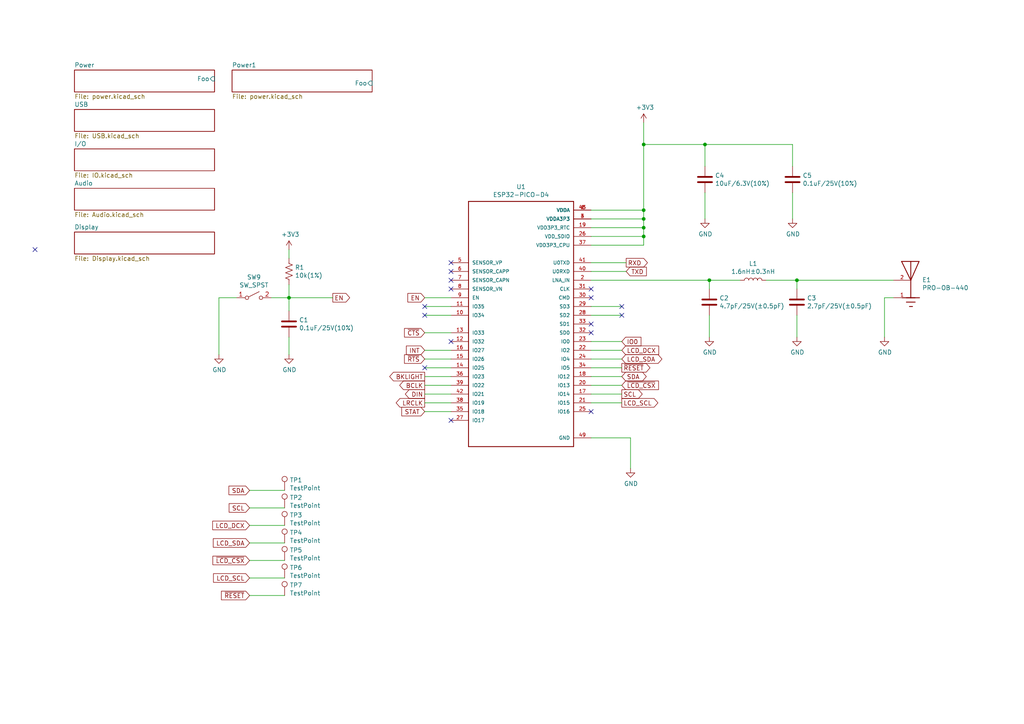
<source format=kicad_sch>
(kicad_sch (version 20231120) (generator "eeschema") (generator_version "8.0")
  (paper "A4")
  (lib_symbols
    (symbol "Connector:TestPoint" (pin_numbers hide) (pin_names (offset 0.762) hide)
      (property "Reference" "TP" (at 0 6.858 0))
      (property "Value" "TestPoint" (at 0 5.08 0))
      (symbol "TestPoint_0_1"
        (circle (center 0 3.302) (radius 0.762))
      )
      (symbol "TestPoint_1_1"
        (pin passive line (at 0 0 90) (length 2.54) (name "1") (number "1"))
      )
    )
    (symbol "Device:C" (pin_numbers hide) (pin_names (offset 0.254))
      (property "Reference" "C" (at 0.635 2.54 0))
      (property "Value" "C" (at 0.635 -2.54 0))
      (symbol "C_0_1"
        (polyline (pts (xy -2.032 -0.762) (xy 2.032 -0.762)) (stroke (width 0.508)))
        (polyline (pts (xy -2.032 0.762) (xy 2.032 0.762)) (stroke (width 0.508)))
      )
      (symbol "C_1_1"
        (pin passive line (at 0 3.81 270) (length 2.794) (name "~") (number "1"))
        (pin passive line (at 0 -3.81 90) (length 2.794) (name "~") (number "2"))
      )
    )
    (symbol "Device:L" (pin_numbers hide) (pin_names (offset 1.016) hide)
      (property "Reference" "L" (at -1.27 0 90))
      (property "Value" "L" (at 1.905 0 90))
      (symbol "L_0_1"
        (arc (start 0 -2.54) (mid 0.6323 -1.905) (end 0 -1.27))
        (arc (start 0 -1.27) (mid 0.6323 -0.635) (end 0 0))
        (arc (start 0 0) (mid 0.6323 0.635) (end 0 1.27))
        (arc (start 0 1.27) (mid 0.6323 1.905) (end 0 2.54))
      )
      (symbol "L_1_1"
        (pin passive line (at 0 3.81 270) (length 1.27) (name "1") (number "1"))
        (pin passive line (at 0 -3.81 90) (length 1.27) (name "2") (number "2"))
      )
    )
    (symbol "Device:R_US" (pin_numbers hide) (pin_names (offset 0))
      (property "Reference" "R" (at 2.54 0 90))
      (property "Value" "R_US" (at -2.54 0 90))
      (symbol "R_US_0_1"
        (polyline (pts (xy 0 -2.286) (xy 0 -2.54)))
        (polyline (pts (xy 0 2.286) (xy 0 2.54)))
        (polyline (pts (xy 0 -0.762) (xy 1.016 -1.143) (xy 0 -1.524) (xy -1.016 -1.905) (xy 0 -2.286)))
        (polyline (pts (xy 0 0.762) (xy 1.016 0.381) (xy 0 0) (xy -1.016 -0.381) (xy 0 -0.762)))
        (polyline (pts (xy 0 2.286) (xy 1.016 1.905) (xy 0 1.524) (xy -1.016 1.143) (xy 0 0.762)))
      )
      (symbol "R_US_1_1"
        (pin passive line (at 0 3.81 270) (length 1.27) (name "~") (number "1"))
        (pin passive line (at 0 -3.81 90) (length 1.27) (name "~") (number "2"))
      )
    )
    (symbol "ESP32-PICO-D4_1" (pin_names (offset 1.016))
      (property "Reference" "U" (at -15.24 35.56 0))
      (property "Value" "ESP32-PICO-D4" (at -15.2654 -38.1508 0))
      (symbol "ESP32-PICO-D4_1_0_0"
        (polyline (pts (xy -15.24 -35.56) (xy -15.24 35.56)) (stroke (width 0.254)))
        (polyline (pts (xy -15.24 35.56) (xy 15.24 35.56)) (stroke (width 0.254)))
        (polyline (pts (xy 15.24 -35.56) (xy -15.24 -35.56)) (stroke (width 0.254)))
        (polyline (pts (xy 15.24 35.56) (xy 15.24 -35.56)) (stroke (width 0.254)))
        (pin power_in line (at 20.32 33.02 180) (length 5.08) (name "VDDA") (number "1"))
        (pin input line (at -20.32 2.54 0) (length 5.08) (name "IO34") (number "10"))
        (pin input line (at -20.32 5.08 0) (length 5.08) (name "IO35") (number "11"))
        (pin bidirectional line (at -20.32 -5.08 0) (length 5.08) (name "IO32") (number "12"))
        (pin bidirectional line (at -20.32 -2.54 0) (length 5.08) (name "IO33") (number "13"))
        (pin bidirectional line (at -20.32 -12.7 0) (length 5.08) (name "IO25") (number "14"))
        (pin bidirectional line (at -20.32 -10.16 0) (length 5.08) (name "IO26") (number "15"))
        (pin bidirectional line (at -20.32 -7.62 0) (length 5.08) (name "IO27") (number "16"))
        (pin bidirectional line (at 20.32 -20.32 180) (length 5.08) (name "IO14") (number "17"))
        (pin bidirectional line (at 20.32 -15.24 180) (length 5.08) (name "IO12") (number "18"))
        (pin power_in line (at 20.32 27.94 180) (length 5.08) (name "VDD3P3_RTC") (number "19"))
        (pin bidirectional line (at 20.32 12.7 180) (length 5.08) (name "LNA_IN") (number "2"))
        (pin bidirectional line (at 20.32 -17.78 180) (length 5.08) (name "IO13") (number "20"))
        (pin bidirectional line (at 20.32 -22.86 180) (length 5.08) (name "IO15") (number "21"))
        (pin bidirectional line (at 20.32 -7.62 180) (length 5.08) (name "IO2") (number "22"))
        (pin bidirectional line (at 20.32 -5.08 180) (length 5.08) (name "IO0") (number "23"))
        (pin bidirectional line (at 20.32 -10.16 180) (length 5.08) (name "IO4") (number "24"))
        (pin bidirectional line (at 20.32 -25.4 180) (length 5.08) (name "IO16") (number "25"))
        (pin power_in line (at 20.32 25.4 180) (length 5.08) (name "VDD_SDIO") (number "26"))
        (pin bidirectional line (at -20.32 -27.94 0) (length 5.08) (name "IO17") (number "27"))
        (pin bidirectional line (at 20.32 2.54 180) (length 5.08) (name "SD2") (number "28"))
        (pin bidirectional line (at 20.32 5.08 180) (length 5.08) (name "SD3") (number "29"))
        (pin power_in line (at 20.32 30.48 180) (length 5.08) (name "VDDA3P3") (number "3"))
        (pin bidirectional line (at 20.32 7.62 180) (length 5.08) (name "CMD") (number "30"))
        (pin bidirectional line (at 20.32 10.16 180) (length 5.08) (name "CLK") (number "31"))
        (pin bidirectional line (at 20.32 -2.54 180) (length 5.08) (name "SD0") (number "32"))
        (pin bidirectional line (at 20.32 0 180) (length 5.08) (name "SD1") (number "33"))
        (pin bidirectional line (at 20.32 -12.7 180) (length 5.08) (name "IO5") (number "34"))
        (pin bidirectional line (at -20.32 -25.4 0) (length 5.08) (name "IO18") (number "35"))
        (pin bidirectional line (at -20.32 -15.24 0) (length 5.08) (name "IO23") (number "36"))
        (pin power_in line (at 20.32 22.86 180) (length 5.08) (name "VDD3P3_CPU") (number "37"))
        (pin bidirectional line (at -20.32 -22.86 0) (length 5.08) (name "IO19") (number "38"))
        (pin bidirectional line (at -20.32 -17.78 0) (length 5.08) (name "IO22") (number "39"))
        (pin power_in line (at 20.32 30.48 180) (length 5.08) (name "VDDA3P3") (number "4"))
        (pin bidirectional line (at 20.32 15.24 180) (length 5.08) (name "U0RXD") (number "40"))
        (pin bidirectional line (at 20.32 17.78 180) (length 5.08) (name "U0TXD") (number "41"))
        (pin bidirectional line (at -20.32 -20.32 0) (length 5.08) (name "IO21") (number "42"))
        (pin power_in line (at 20.32 33.02 180) (length 5.08) (name "VDDA") (number "43"))
        (pin power_in line (at 20.32 33.02 180) (length 5.08) (name "VDDA") (number "46"))
        (pin power_in line (at 20.32 -33.02 180) (length 5.08) (name "GND") (number "49"))
        (pin input line (at -20.32 17.78 0) (length 5.08) (name "SENSOR_VP") (number "5"))
        (pin input line (at -20.32 15.24 0) (length 5.08) (name "SENSOR_CAPP") (number "6"))
        (pin input line (at -20.32 12.7 0) (length 5.08) (name "SENSOR_CAPN") (number "7"))
        (pin input line (at -20.32 10.16 0) (length 5.08) (name "SENSOR_VN") (number "8"))
        (pin input line (at -20.32 7.62 0) (length 5.08) (name "EN") (number "9"))
      )
    )
    (symbol "ESP32-PICO-D4_2" (pin_names (offset 1.016))
      (property "Reference" "U" (at -15.24 35.56 0))
      (property "Value" "ESP32-PICO-D4" (at -15.2654 -38.1508 0))
      (symbol "ESP32-PICO-D4_2_0_0"
        (polyline (pts (xy -15.24 -35.56) (xy -15.24 35.56)) (stroke (width 0.254)))
        (polyline (pts (xy -15.24 35.56) (xy 15.24 35.56)) (stroke (width 0.254)))
        (polyline (pts (xy 15.24 -35.56) (xy -15.24 -35.56)) (stroke (width 0.254)))
        (polyline (pts (xy 15.24 35.56) (xy 15.24 -35.56)) (stroke (width 0.254)))
        (pin power_in line (at 20.32 33.02 180) (length 5.08) (name "VDDA") (number "1"))
        (pin input line (at -20.32 2.54 0) (length 5.08) (name "IO34") (number "10"))
        (pin input line (at -20.32 5.08 0) (length 5.08) (name "IO35") (number "11"))
        (pin bidirectional line (at -20.32 -5.08 0) (length 5.08) (name "IO32") (number "12"))
        (pin bidirectional line (at -20.32 -2.54 0) (length 5.08) (name "IO33") (number "13"))
        (pin bidirectional line (at -20.32 -12.7 0) (length 5.08) (name "IO25") (number "14"))
        (pin bidirectional line (at -20.32 -10.16 0) (length 5.08) (name "IO26") (number "15"))
        (pin bidirectional line (at -20.32 -7.62 0) (length 5.08) (name "IO27") (number "16"))
        (pin bidirectional line (at 20.32 -20.32 180) (length 5.08) (name "IO14") (number "17"))
        (pin bidirectional line (at 20.32 -15.24 180) (length 5.08) (name "IO12") (number "18"))
        (pin power_in line (at 20.32 27.94 180) (length 5.08) (name "VDD3P3_RTC") (number "19"))
        (pin bidirectional line (at 20.32 12.7 180) (length 5.08) (name "LNA_IN") (number "2"))
        (pin bidirectional line (at 20.32 -17.78 180) (length 5.08) (name "IO13") (number "20"))
        (pin bidirectional line (at 20.32 -22.86 180) (length 5.08) (name "IO15") (number "21"))
        (pin bidirectional line (at 20.32 -7.62 180) (length 5.08) (name "IO2") (number "22"))
        (pin bidirectional line (at 20.32 -5.08 180) (length 5.08) (name "IO0") (number "23"))
        (pin bidirectional line (at 20.32 -10.16 180) (length 5.08) (name "IO4") (number "24"))
        (pin bidirectional line (at 20.32 -25.4 180) (length 5.08) (name "IO16") (number "25"))
        (pin power_in line (at 20.32 25.4 180) (length 5.08) (name "VDD_SDIO") (number "26"))
        (pin bidirectional line (at -20.32 -27.94 0) (length 5.08) (name "IO17") (number "27"))
        (pin bidirectional line (at 20.32 2.54 180) (length 5.08) (name "SD2") (number "28"))
        (pin bidirectional line (at 20.32 5.08 180) (length 5.08) (name "SD3") (number "29"))
        (pin power_in line (at 20.32 30.48 180) (length 5.08) (name "VDDA3P3") (number "3"))
        (pin bidirectional line (at 20.32 7.62 180) (length 5.08) (name "CMD") (number "30"))
        (pin bidirectional line (at 20.32 10.16 180) (length 5.08) (name "CLK") (number "31"))
        (pin bidirectional line (at 20.32 -2.54 180) (length 5.08) (name "SD0") (number "32"))
        (pin bidirectional line (at 20.32 0 180) (length 5.08) (name "SD1") (number "33"))
        (pin bidirectional line (at 20.32 -12.7 180) (length 5.08) (name "IO5") (number "34"))
        (pin bidirectional line (at -20.32 -25.4 0) (length 5.08) (name "IO18") (number "35"))
        (pin bidirectional line (at -20.32 -15.24 0) (length 5.08) (name "IO23") (number "36"))
        (pin power_in line (at 20.32 22.86 180) (length 5.08) (name "VDD3P3_CPU") (number "37"))
        (pin bidirectional line (at -20.32 -22.86 0) (length 5.08) (name "IO19") (number "38"))
        (pin bidirectional line (at -20.32 -17.78 0) (length 5.08) (name "IO22") (number "39"))
        (pin power_in line (at 20.32 30.48 180) (length 5.08) (name "VDDA3P3") (number "4"))
        (pin bidirectional line (at 20.32 15.24 180) (length 5.08) (name "U0RXD") (number "40"))
        (pin bidirectional line (at 20.32 17.78 180) (length 5.08) (name "U0TXD") (number "41"))
        (pin bidirectional line (at -20.32 -20.32 0) (length 5.08) (name "IO21") (number "42"))
        (pin power_in line (at 20.32 33.02 180) (length 5.08) (name "VDDA") (number "43"))
        (pin power_in line (at 20.32 33.02 180) (length 5.08) (name "VDDA") (number "46"))
        (pin power_in line (at 20.32 -33.02 180) (length 5.08) (name "GND") (number "49"))
        (pin input line (at -20.32 17.78 0) (length 5.08) (name "SENSOR_VP") (number "5"))
        (pin input line (at -20.32 15.24 0) (length 5.08) (name "SENSOR_CAPP") (number "6"))
        (pin input line (at -20.32 12.7 0) (length 5.08) (name "SENSOR_CAPN") (number "7"))
        (pin input line (at -20.32 10.16 0) (length 5.08) (name "SENSOR_VN") (number "8"))
        (pin input line (at -20.32 7.62 0) (length 5.08) (name "EN") (number "9"))
      )
    )
    (symbol "PRO-OB-440_1" (pin_names (offset 1.016) hide)
      (property "Reference" "E" (at 2.794 3.302 0))
      (property "Value" "PRO-OB-440" (at 2.667 1.27 0))
      (symbol "PRO-OB-440_1_0_0"
        (polyline (pts (xy -2.667 5.461) (xy 0 5.461)) (stroke (width 0.254)))
        (polyline (pts (xy -2.54 -5.08) (xy 2.54 -5.08)) (stroke (width 0.254)))
        (polyline (pts (xy -1.27 -6.35) (xy 1.27 -6.35)) (stroke (width 0.254)))
        (polyline (pts (xy -0.381 -7.62) (xy 0.508 -7.62)) (stroke (width 0.254)))
        (polyline (pts (xy 0 -5.08) (xy -1.27 -5.08)) (stroke (width 0.254)))
        (polyline (pts (xy 0 -5.08) (xy 1.27 -5.08)) (stroke (width 0.254)))
        (polyline (pts (xy 0 0) (xy -2.667 5.461)) (stroke (width 0.254)))
        (polyline (pts (xy 0 0) (xy 0 -5.08)) (stroke (width 0.254)))
        (polyline (pts (xy 0 5.461) (xy 0 0)) (stroke (width 0.254)))
        (polyline (pts (xy 0 5.461) (xy 2.413 5.461)) (stroke (width 0.254)))
        (polyline (pts (xy 2.413 5.461) (xy 0 0)) (stroke (width 0.254)))
        (pin power_in line (at -5.08 -5.08 0) (length 5.08) (name "~") (number "1"))
        (pin input line (at -5.08 0 0) (length 5.08) (name "~") (number "2"))
      )
    )
    (symbol "PRO-OB-440_2" (pin_names (offset 1.016) hide)
      (property "Reference" "E" (at 2.794 3.302 0))
      (property "Value" "PRO-OB-440" (at 2.667 1.27 0))
      (symbol "PRO-OB-440_2_0_0"
        (polyline (pts (xy -2.667 5.461) (xy 0 5.461)) (stroke (width 0.254)))
        (polyline (pts (xy -2.54 -5.08) (xy 2.54 -5.08)) (stroke (width 0.254)))
        (polyline (pts (xy -1.27 -6.35) (xy 1.27 -6.35)) (stroke (width 0.254)))
        (polyline (pts (xy -0.381 -7.62) (xy 0.508 -7.62)) (stroke (width 0.254)))
        (polyline (pts (xy 0 -5.08) (xy -1.27 -5.08)) (stroke (width 0.254)))
        (polyline (pts (xy 0 -5.08) (xy 1.27 -5.08)) (stroke (width 0.254)))
        (polyline (pts (xy 0 0) (xy -2.667 5.461)) (stroke (width 0.254)))
        (polyline (pts (xy 0 0) (xy 0 -5.08)) (stroke (width 0.254)))
        (polyline (pts (xy 0 5.461) (xy 0 0)) (stroke (width 0.254)))
        (polyline (pts (xy 0 5.461) (xy 2.413 5.461)) (stroke (width 0.254)))
        (polyline (pts (xy 2.413 5.461) (xy 0 0)) (stroke (width 0.254)))
        (pin power_in line (at -5.08 -5.08 0) (length 5.08) (name "~") (number "1"))
        (pin input line (at -5.08 0 0) (length 5.08) (name "~") (number "2"))
      )
    )
    (symbol "Switch:SW_SPST" (pin_names (offset 0) hide)
      (property "Reference" "SW" (at 0 3.175 0))
      (property "Value" "SW_SPST" (at 0 -2.54 0))
      (symbol "SW_SPST_0_0"
        (circle (center -2.032 0) (radius 0.508))
        (polyline (pts (xy -1.524 0.254) (xy 1.524 1.778)))
        (circle (center 2.032 0) (radius 0.508))
      )
      (symbol "SW_SPST_1_1"
        (pin passive line (at -5.08 0 0) (length 2.54) (name "A") (number "1"))
        (pin passive line (at 5.08 0 180) (length 2.54) (name "B") (number "2"))
      )
    )
    (symbol "microgame2-rescue:+3.3V-power" (power) (pin_names (offset 0))
      (property "Value" "+3.3V-power" (at 0 3.556 0))
      (symbol "+3.3V-power_0_1"
        (polyline (pts (xy -0.762 1.27) (xy 0 2.54)))
        (polyline (pts (xy 0 0) (xy 0 2.54)))
        (polyline (pts (xy 0 2.54) (xy 0.762 1.27)))
      )
      (symbol "+3.3V-power_1_1"
        (pin power_in line (at 0 0 90) (length 0) hide (name "+3V3") (number "1"))
      )
    )
    (symbol "power:GND" (power) (pin_names (offset 0))
      (property "Value" "GND" (at 0 -3.81 0))
      (symbol "GND_0_1"
        (polyline (pts (xy 0 0) (xy 0 -1.27) (xy 1.27 -1.27) (xy 0 -2.54) (xy -1.27 -1.27) (xy 0 -1.27)))
      )
      (symbol "GND_1_1"
        (pin power_in line (at 0 0 270) (length 0) hide (name "GND") (number "1"))
      )
    )
  )
  (junction (at 186.69 63.5))
  (junction (at 186.69 60.96))
  (junction (at 231.14 81.28))
  (junction (at 186.69 41.91))
  (junction (at 205.74 81.28))
  (junction (at 204.47 41.91))
  (junction (at 83.82 86.36))
  (junction (at 186.69 66.04))
  (junction (at 186.69 68.58))
  (no_connect (at 123.19 91.44))
  (no_connect (at 123.19 88.9))
  (no_connect (at 171.45 93.98))
  (no_connect (at 180.34 91.44))
  (no_connect (at 130.81 78.74))
  (no_connect (at 130.81 99.06))
  (no_connect (at 123.19 106.68))
  (no_connect (at 180.34 88.9))
  (no_connect (at 171.45 119.38))
  (no_connect (at 10.16 72.39))
  (no_connect (at 130.81 121.92))
  (no_connect (at 171.45 96.52))
  (no_connect (at 130.81 83.82))
  (no_connect (at 130.81 76.2))
  (no_connect (at 130.81 81.28))
  (no_connect (at 171.45 86.36))
  (no_connect (at 171.45 83.82))
  (wire (pts (xy 171.45 116.84) (xy 180.34 116.84)))
  (wire (pts (xy 72.39 162.56) (xy 82.55 162.56)))
  (wire (pts (xy 171.45 114.3) (xy 180.34 114.3)))
  (wire (pts (xy 130.81 88.9) (xy 123.19 88.9)))
  (wire (pts (xy 171.45 99.06) (xy 180.34 99.06)))
  (wire (pts (xy 171.45 91.44) (xy 180.34 91.44)))
  (wire (pts (xy 78.74 86.36) (xy 83.82 86.36)))
  (wire (pts (xy 182.88 127) (xy 182.88 135.89)))
  (wire (pts (xy 186.69 71.12) (xy 186.69 68.58)))
  (wire (pts (xy 171.45 106.68) (xy 180.34 106.68)))
  (wire (pts (xy 171.45 60.96) (xy 186.69 60.96)))
  (wire (pts (xy 231.14 91.44) (xy 231.14 97.79)))
  (wire (pts (xy 171.45 76.2) (xy 181.61 76.2)))
  (wire (pts (xy 130.81 109.22) (xy 123.19 109.22)))
  (wire (pts (xy 229.87 55.88) (xy 229.87 63.5)))
  (wire (pts (xy 204.47 41.91) (xy 204.47 48.26)))
  (wire (pts (xy 259.08 86.36) (xy 256.54 86.36)))
  (wire (pts (xy 83.82 86.36) (xy 83.82 90.17)))
  (wire (pts (xy 205.74 91.44) (xy 205.74 97.79)))
  (wire (pts (xy 171.45 81.28) (xy 205.74 81.28)))
  (wire (pts (xy 72.39 142.24) (xy 82.55 142.24)))
  (wire (pts (xy 130.81 91.44) (xy 123.19 91.44)))
  (wire (pts (xy 83.82 82.55) (xy 83.82 86.36)))
  (wire (pts (xy 130.81 106.68) (xy 123.19 106.68)))
  (wire (pts (xy 171.45 78.74) (xy 181.61 78.74)))
  (wire (pts (xy 171.45 101.6) (xy 180.34 101.6)))
  (wire (pts (xy 171.45 127) (xy 182.88 127)))
  (wire (pts (xy 186.69 41.91) (xy 186.69 60.96)))
  (wire (pts (xy 171.45 71.12) (xy 186.69 71.12)))
  (wire (pts (xy 63.5 86.36) (xy 63.5 102.87)))
  (wire (pts (xy 171.45 109.22) (xy 180.34 109.22)))
  (wire (pts (xy 229.87 41.91) (xy 229.87 48.26)))
  (wire (pts (xy 72.39 167.64) (xy 82.55 167.64)))
  (wire (pts (xy 83.82 97.79) (xy 83.82 102.87)))
  (wire (pts (xy 186.69 63.5) (xy 186.69 60.96)))
  (wire (pts (xy 186.69 68.58) (xy 186.69 66.04)))
  (wire (pts (xy 231.14 81.28) (xy 259.08 81.28)))
  (wire (pts (xy 130.81 86.36) (xy 123.19 86.36)))
  (wire (pts (xy 171.45 111.76) (xy 180.34 111.76)))
  (wire (pts (xy 72.39 147.32) (xy 82.55 147.32)))
  (wire (pts (xy 186.69 41.91) (xy 204.47 41.91)))
  (wire (pts (xy 130.81 111.76) (xy 123.19 111.76)))
  (wire (pts (xy 68.58 86.36) (xy 63.5 86.36)))
  (wire (pts (xy 171.45 63.5) (xy 186.69 63.5)))
  (wire (pts (xy 130.81 96.52) (xy 123.19 96.52)))
  (wire (pts (xy 186.69 66.04) (xy 186.69 63.5)))
  (wire (pts (xy 72.39 172.72) (xy 82.55 172.72)))
  (wire (pts (xy 83.82 86.36) (xy 96.52 86.36)))
  (wire (pts (xy 72.39 157.48) (xy 82.55 157.48)))
  (wire (pts (xy 130.81 119.38) (xy 123.19 119.38)))
  (wire (pts (xy 204.47 55.88) (xy 204.47 63.5)))
  (wire (pts (xy 130.81 101.6) (xy 123.19 101.6)))
  (wire (pts (xy 171.45 104.14) (xy 180.34 104.14)))
  (wire (pts (xy 171.45 88.9) (xy 180.34 88.9)))
  (wire (pts (xy 231.14 83.82) (xy 231.14 81.28)))
  (wire (pts (xy 171.45 66.04) (xy 186.69 66.04)))
  (wire (pts (xy 222.25 81.28) (xy 231.14 81.28)))
  (wire (pts (xy 171.45 68.58) (xy 186.69 68.58)))
  (wire (pts (xy 130.81 114.3) (xy 123.19 114.3)))
  (wire (pts (xy 186.69 35.56) (xy 186.69 41.91)))
  (wire (pts (xy 83.82 72.39) (xy 83.82 74.93)))
  (wire (pts (xy 205.74 81.28) (xy 214.63 81.28)))
  (wire (pts (xy 204.47 41.91) (xy 229.87 41.91)))
  (wire (pts (xy 205.74 83.82) (xy 205.74 81.28)))
  (wire (pts (xy 130.81 116.84) (xy 123.19 116.84)))
  (wire (pts (xy 72.39 152.4) (xy 82.55 152.4)))
  (wire (pts (xy 256.54 86.36) (xy 256.54 97.79)))
  (wire (pts (xy 130.81 104.14) (xy 123.19 104.14)))
  (global_label "BKLIGHT" (shape output) (at 123.19 109.22 180) (property "Intersheetrefs" "${INTERSHEET_REFS}" (effects (hide yes))))
  (global_label "SDA" (shape input) (at 72.39 142.24 180) (property "Intersheetrefs" "${INTERSHEET_REFS}" (effects (hide yes))))
  (global_label "DIN" (shape output) (at 123.19 114.3 180) (property "Intersheetrefs" "${INTERSHEET_REFS}" (effects (hide yes))))
  (global_label "~{LCD_CSX}" (shape input) (at 180.34 111.76 0) (property "Intersheetrefs" "${INTERSHEET_REFS}" (effects (hide yes))))
  (global_label "~{CTS}" (shape input) (at 123.19 96.52 180) (property "Intersheetrefs" "${INTERSHEET_REFS}" (effects (hide yes))))
  (global_label "~{RESET}" (shape input) (at 72.39 172.72 180) (property "Intersheetrefs" "${INTERSHEET_REFS}" (effects (hide yes))))
  (global_label "~{RTS}" (shape input) (at 123.19 104.14 180) (property "Intersheetrefs" "${INTERSHEET_REFS}" (effects (hide yes))))
  (global_label "INT" (shape input) (at 123.19 101.6 180) (property "Intersheetrefs" "${INTERSHEET_REFS}" (effects (hide yes))))
  (global_label "STAT" (shape input) (at 123.19 119.38 180) (property "Intersheetrefs" "${INTERSHEET_REFS}" (effects (hide yes))))
  (global_label "~{LCD_CSX}" (shape input) (at 72.39 162.56 180) (property "Intersheetrefs" "${INTERSHEET_REFS}" (effects (hide yes))))
  (global_label "EN" (shape input) (at 123.19 86.36 180) (property "Intersheetrefs" "${INTERSHEET_REFS}" (effects (hide yes))))
  (global_label "LCD_SDA" (shape input) (at 72.39 157.48 180) (property "Intersheetrefs" "${INTERSHEET_REFS}" (effects (hide yes))))
  (global_label "TXD" (shape input) (at 181.61 78.74 0) (property "Intersheetrefs" "${INTERSHEET_REFS}" (effects (hide yes))))
  (global_label "LRCLK" (shape output) (at 123.19 116.84 180) (property "Intersheetrefs" "${INTERSHEET_REFS}" (effects (hide yes))))
  (global_label "LCD_SDA" (shape bidirectional) (at 180.34 104.14 0) (property "Intersheetrefs" "${INTERSHEET_REFS}" (effects (hide yes))))
  (global_label "BCLK" (shape output) (at 123.19 111.76 180) (property "Intersheetrefs" "${INTERSHEET_REFS}" (effects (hide yes))))
  (global_label "RXD" (shape output) (at 181.61 76.2 0) (property "Intersheetrefs" "${INTERSHEET_REFS}" (effects (hide yes))))
  (global_label "LCD_SCL" (shape output) (at 180.34 116.84 0) (property "Intersheetrefs" "${INTERSHEET_REFS}" (effects (hide yes))))
  (global_label "IO0" (shape input) (at 180.34 99.06 0) (property "Intersheetrefs" "${INTERSHEET_REFS}" (effects (hide yes))))
  (global_label "LCD_DCX" (shape input) (at 180.34 101.6 0) (property "Intersheetrefs" "${INTERSHEET_REFS}" (effects (hide yes))))
  (global_label "EN" (shape output) (at 96.52 86.36 0) (property "Intersheetrefs" "${INTERSHEET_REFS}" (effects (hide yes))))
  (global_label "SCL" (shape output) (at 180.34 114.3 0) (property "Intersheetrefs" "${INTERSHEET_REFS}" (effects (hide yes))))
  (global_label "~{RESET}" (shape output) (at 180.34 106.68 0) (property "Intersheetrefs" "${INTERSHEET_REFS}" (effects (hide yes))))
  (global_label "LCD_DCX" (shape input) (at 72.39 152.4 180) (property "Intersheetrefs" "${INTERSHEET_REFS}" (effects (hide yes))))
  (global_label "LCD_SCL" (shape input) (at 72.39 167.64 180) (property "Intersheetrefs" "${INTERSHEET_REFS}" (effects (hide yes))))
  (global_label "SDA" (shape bidirectional) (at 180.34 109.22 0) (property "Intersheetrefs" "${INTERSHEET_REFS}" (effects (hide yes))))
  (global_label "SCL" (shape input) (at 72.39 147.32 180) (property "Intersheetrefs" "${INTERSHEET_REFS}" (effects (hide yes))))
  (symbol (lib_name "ESP32-PICO-D4_2") (lib_id "ESP32-PICO-D4:ESP32-PICO-D4") (at 151.13 93.98 0) (unit 1)
    (property "Reference" "U1" (at 151.13 54.1782 0))
    (property "Value" "ESP32-PICO-D4" (at 151.13 56.4896 0))
    (property "Footprint" "Digi-Key:PQFN50P700X700X104-49N" (effects (hide yes)))
    (property "Datasheet" "None" (effects (hide yes)))
    (property "Field4" "Unavailable" (effects (hide yes)))
    (property "Field5" "Espressif Systems" (effects (hide yes)))
    (property "Field6" "WIFi/Bluetooth SIP" (effects (hide yes)))
    (property "Field7" "SMD-48 Espressif Systems" (effects (hide yes)))
    (property "Field8" "ESP32-PICO-D4" (effects (hide yes)))
  )
  (symbol (lib_id "microgame2-rescue:+3.3V-power") (at 186.69 35.56 0) (unit 1)
    (property "Reference" "#PWR02" (effects (hide yes)))
    (property "Value" "+3V3" (at 187.071 31.1658 0))
  )
  (symbol (lib_id "microgame2-rescue:+3.3V-power") (at 83.82 72.39 0) (unit 1)
    (property "Reference" "#PWR01" (effects (hide yes)))
    (property "Value" "+3V3" (at 84.201 67.9958 0))
  )
  (symbol (lib_id "Device:R_US") (at 83.82 78.74 0) (unit 1)
    (property "Reference" "R1" (at 85.5472 77.5716 0) (effects (justify left)))
    (property "Value" "10k(1%)" (at 85.5472 79.883 0) (effects (justify left)))
    (property "Footprint" "Capacitor_SMD:C_0402_1005Metric" (effects (hide yes)))
  )
  (symbol (lib_id "Device:C") (at 83.82 93.98 0) (unit 1)
    (property "Reference" "C1" (at 86.741 92.8116 0) (effects (justify left)))
    (property "Value" "0.1uF/25V(10%)" (at 86.741 95.123 0) (effects (justify left)))
    (property "Footprint" "Capacitor_SMD:C_0402_1005Metric" (effects (hide yes)))
  )
  (symbol (lib_id "power:GND") (at 83.82 102.87 0) (unit 1)
    (property "Reference" "#PWR03" (effects (hide yes)))
    (property "Value" "GND" (at 83.947 107.2642 0))
  )
  (symbol (lib_name "PRO-OB-440_2") (lib_id "PRO-OB-440:PRO-OB-440") (at 264.16 81.28 0) (unit 1)
    (property "Reference" "E1" (at 267.462 81.1784 0) (effects (justify left)))
    (property "Value" "PRO-OB-440" (at 267.462 83.4898 0) (effects (justify left)))
    (property "Footprint" "Digi-Key:ANT_PRO-OB-440" (effects (hide yes)))
    (property "Datasheet" "Manufacturer Recommendations" (effects (hide yes)))
    (property "Field4" "3.53mm" (effects (hide yes)))
    (property "Field5" "Proant AB" (effects (hide yes)))
    (property "Field6" "3.2" (effects (hide yes)))
  )
  (symbol (lib_id "Device:L") (at 218.44 81.28 90) (unit 1)
    (property "Reference" "L1" (at 218.44 76.454 90))
    (property "Value" "1.6nH±0.3nH" (at 218.44 78.7654 90))
    (property "Footprint" "Capacitor_SMD:C_0402_1005Metric" (effects (hide yes)))
  )
  (symbol (lib_id "Device:C") (at 205.74 87.63 0) (unit 1)
    (property "Reference" "C2" (at 208.661 86.4616 0) (effects (justify left)))
    (property "Value" "4.7pF/25V(±0.5pF)" (at 208.661 88.773 0) (effects (justify left)))
    (property "Footprint" "Capacitor_SMD:C_0402_1005Metric" (effects (hide yes)))
  )
  (symbol (lib_id "Device:C") (at 231.14 87.63 0) (unit 1)
    (property "Reference" "C3" (at 234.061 86.4616 0) (effects (justify left)))
    (property "Value" "2.7pF/25V(±0.5pF)" (at 234.061 88.773 0) (effects (justify left)))
    (property "Footprint" "Capacitor_SMD:C_0402_1005Metric" (effects (hide yes)))
  )
  (symbol (lib_id "power:GND") (at 231.14 97.79 0) (unit 1)
    (property "Reference" "#PWR05" (effects (hide yes)))
    (property "Value" "GND" (at 231.267 102.1842 0))
  )
  (symbol (lib_id "power:GND") (at 205.74 97.79 0) (unit 1)
    (property "Reference" "#PWR04" (effects (hide yes)))
    (property "Value" "GND" (at 205.867 102.1842 0))
  )
  (symbol (lib_id "power:GND") (at 256.54 97.79 0) (unit 1)
    (property "Reference" "#PWR08" (effects (hide yes)))
    (property "Value" "GND" (at 256.667 102.1842 0))
  )
  (symbol (lib_id "Device:C") (at 204.47 52.07 0) (unit 1)
    (property "Reference" "C4" (at 207.391 50.9016 0) (effects (justify left)))
    (property "Value" "10uF/6.3V(10%)" (at 207.391 53.213 0) (effects (justify left)))
    (property "Footprint" "Capacitor_SMD:C_0603_1608Metric" (effects (hide yes)))
  )
  (symbol (lib_id "Device:C") (at 229.87 52.07 0) (unit 1)
    (property "Reference" "C5" (at 232.791 50.9016 0) (effects (justify left)))
    (property "Value" "0.1uF/25V(10%)" (at 232.791 53.213 0) (effects (justify left)))
    (property "Footprint" "Capacitor_SMD:C_0402_1005Metric" (effects (hide yes)))
  )
  (symbol (lib_id "power:GND") (at 204.47 63.5 0) (unit 1)
    (property "Reference" "#PWR06" (effects (hide yes)))
    (property "Value" "GND" (at 204.597 67.8942 0))
  )
  (symbol (lib_id "power:GND") (at 229.87 63.5 0) (unit 1)
    (property "Reference" "#PWR07" (effects (hide yes)))
    (property "Value" "GND" (at 229.997 67.8942 0))
  )
  (symbol (lib_id "power:GND") (at 182.88 135.89 0) (unit 1)
    (property "Reference" "#PWR09" (effects (hide yes)))
    (property "Value" "GND" (at 183.007 140.2842 0))
  )
  (symbol (lib_id "Switch:SW_SPST") (at 73.66 86.36 0) (unit 1)
    (property "Reference" "SW9" (at 73.66 80.391 0))
    (property "Value" "SW_SPST" (at 73.66 82.7024 0))
    (property "Footprint" "Digi-Key:EVPAE" (effects (hide yes)))
  )
  (symbol (lib_id "power:GND") (at 63.5 102.87 0) (unit 1)
    (property "Reference" "#PWR055" (effects (hide yes)))
    (property "Value" "GND" (at 63.627 107.2642 0))
  )
  (symbol (lib_id "Connector:TestPoint") (at 82.55 142.24 0) (unit 1)
    (property "Reference" "TP1" (at 84.0232 139.2428 0) (effects (justify left)))
    (property "Value" "TestPoint" (at 84.0232 141.5542 0) (effects (justify left)))
    (property "Footprint" "TestPoint:TestPoint_Pad_D1.0mm" (effects (hide yes)))
  )
  (symbol (lib_id "Connector:TestPoint") (at 82.55 147.32 0) (unit 1)
    (property "Reference" "TP2" (at 84.0232 144.3228 0) (effects (justify left)))
    (property "Value" "TestPoint" (at 84.0232 146.6342 0) (effects (justify left)))
    (property "Footprint" "TestPoint:TestPoint_Pad_D1.0mm" (effects (hide yes)))
  )
  (symbol (lib_id "Connector:TestPoint") (at 82.55 152.4 0) (unit 1)
    (property "Reference" "TP3" (at 84.0232 149.4028 0) (effects (justify left)))
    (property "Value" "TestPoint" (at 84.0232 151.7142 0) (effects (justify left)))
    (property "Footprint" "TestPoint:TestPoint_Pad_D1.0mm" (effects (hide yes)))
  )
  (symbol (lib_id "Connector:TestPoint") (at 82.55 157.48 0) (unit 1)
    (property "Reference" "TP4" (at 84.0232 154.4828 0) (effects (justify left)))
    (property "Value" "TestPoint" (at 84.0232 156.7942 0) (effects (justify left)))
    (property "Footprint" "TestPoint:TestPoint_Pad_D1.0mm" (effects (hide yes)))
  )
  (symbol (lib_id "Connector:TestPoint") (at 82.55 162.56 0) (unit 1)
    (property "Reference" "TP5" (at 84.0232 159.5628 0) (effects (justify left)))
    (property "Value" "TestPoint" (at 84.0232 161.8742 0) (effects (justify left)))
    (property "Footprint" "TestPoint:TestPoint_Pad_D1.0mm" (effects (hide yes)))
  )
  (symbol (lib_id "Connector:TestPoint") (at 82.55 167.64 0) (unit 1)
    (property "Reference" "TP6" (at 84.0232 164.6428 0) (effects (justify left)))
    (property "Value" "TestPoint" (at 84.0232 166.9542 0) (effects (justify left)))
    (property "Footprint" "TestPoint:TestPoint_Pad_D1.0mm" (effects (hide yes)))
  )
  (symbol (lib_id "Connector:TestPoint") (at 82.55 172.72 0) (unit 1)
    (property "Reference" "TP7" (at 84.0232 169.7228 0) (effects (justify left)))
    (property "Value" "TestPoint" (at 84.0232 172.0342 0) (effects (justify left)))
    (property "Footprint" "TestPoint:TestPoint_Pad_D1.0mm" (effects (hide yes)))
  )
  (sheet (at 21.59 20.32) (size 40.64 6.35)
    (property "Sheetname" "Power" (at 21.59 19.6084 0) (effects (justify left bottom)))
    (property "Sheetfile" "power.kicad_sch" (at 21.59 27.2546 0) (effects (justify left top)))
    (pin "Foo" input (at 62.23 22.86 0))
  )
  (sheet (at 21.59 31.75) (size 40.64 6.35)
    (property "Sheetname" "USB" (at 21.59 31.0384 0) (effects (justify left bottom)))
    (property "Sheetfile" "USB.kicad_sch" (at 21.59 38.6846 0) (effects (justify left top)))
  )
  (sheet (at 21.59 43.18) (size 40.64 6.35)
    (property "Sheetname" "I/O" (at 21.59 42.4684 0) (effects (justify left bottom)))
    (property "Sheetfile" "IO.kicad_sch" (at 21.59 50.1146 0) (effects (justify left top)))
  )
  (sheet (at 21.59 54.61) (size 40.64 6.35)
    (property "Sheetname" "Audio" (at 21.59 53.8984 0) (effects (justify left bottom)))
    (property "Sheetfile" "Audio.kicad_sch" (at 21.59 61.5446 0) (effects (justify left top)))
  )
  (sheet (at 21.59 67.31) (size 40.64 6.35)
    (property "Sheetname" "Display" (at 21.59 66.5984 0) (effects (justify left bottom)))
    (property "Sheetfile" "Display.kicad_sch" (at 21.59 74.2446 0) (effects (justify left top)))
  )
  (sheet (at 67.31 20.32) (size 40.64 6.35)
    (property "Sheetname" "Power1" (at 67.31 19.6084 0) (effects (justify left bottom)))
    (property "Sheetfile" "power.kicad_sch" (at 67.31 27.2546 0) (effects (justify left top)))
    (pin "Foo" input (at 107.95 24.13 0))
  )
)
</source>
